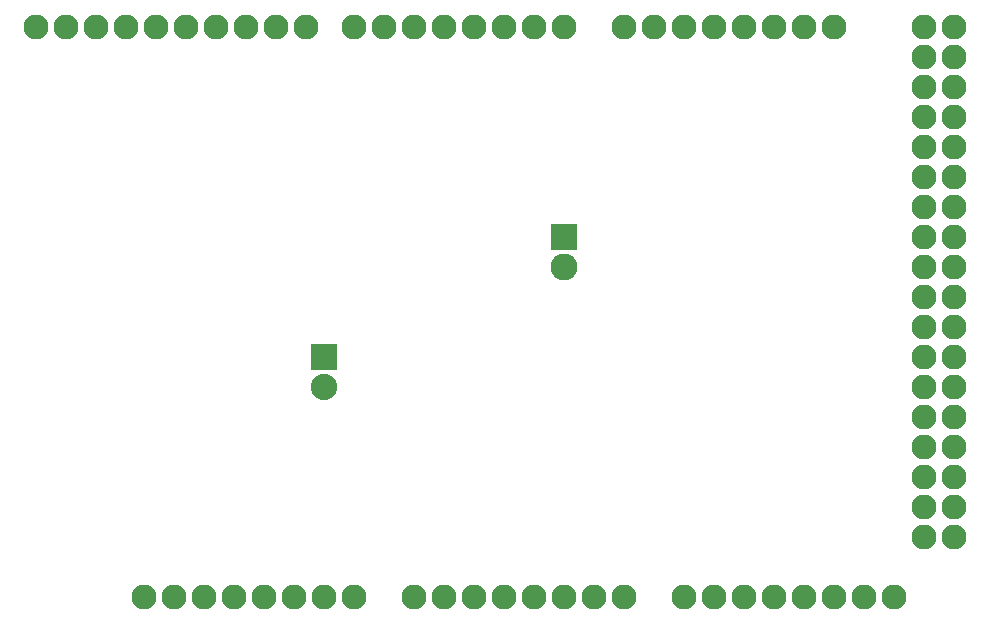
<source format=gts>
G04 MADE WITH FRITZING*
G04 WWW.FRITZING.ORG*
G04 DOUBLE SIDED*
G04 HOLES PLATED*
G04 CONTOUR ON CENTER OF CONTOUR VECTOR*
%ASAXBY*%
%FSLAX23Y23*%
%MOIN*%
%OFA0B0*%
%SFA1.0B1.0*%
%ADD10C,0.082917*%
%ADD11C,0.088000*%
%ADD12C,0.090000*%
%ADD13R,0.088000X0.088000*%
%ADD14R,0.090000X0.090000*%
%LNMASK1*%
G90*
G70*
G54D10*
X2344Y178D03*
X744Y178D03*
X2444Y178D03*
X2544Y178D03*
X2644Y178D03*
X2744Y178D03*
X3044Y1578D03*
X2844Y178D03*
X2944Y178D03*
X784Y2078D03*
X1344Y178D03*
X1444Y178D03*
X1544Y178D03*
X1644Y178D03*
X3044Y778D03*
X1744Y178D03*
X1844Y178D03*
X1944Y178D03*
X2044Y178D03*
X1544Y2078D03*
X3044Y1978D03*
X3044Y1178D03*
X3044Y378D03*
X384Y2078D03*
X1144Y178D03*
X1144Y2078D03*
X3044Y1778D03*
X3044Y1378D03*
X3044Y978D03*
X2744Y2078D03*
X3044Y578D03*
X2644Y2078D03*
X2544Y2078D03*
X2444Y2078D03*
X2344Y2078D03*
X2244Y2078D03*
X2144Y2078D03*
X2044Y2078D03*
X184Y2078D03*
X584Y2078D03*
X984Y2078D03*
X544Y178D03*
X944Y178D03*
X1744Y2078D03*
X1344Y2078D03*
X3044Y2078D03*
X3044Y1878D03*
X3044Y1678D03*
X3044Y1478D03*
X3044Y1278D03*
X3044Y1078D03*
X3044Y878D03*
X3044Y678D03*
X3044Y478D03*
X84Y2078D03*
X284Y2078D03*
X484Y2078D03*
X684Y2078D03*
X884Y2078D03*
X444Y178D03*
X644Y178D03*
X844Y178D03*
X1044Y178D03*
X1844Y2078D03*
X1644Y2078D03*
X1444Y2078D03*
X1244Y2078D03*
X3144Y2078D03*
X3144Y1978D03*
X3144Y1878D03*
X3144Y1778D03*
X3144Y1678D03*
X3144Y1578D03*
X3144Y1478D03*
X3144Y1378D03*
X3144Y1278D03*
X3144Y1178D03*
X3144Y1078D03*
X3144Y978D03*
X3144Y878D03*
X3144Y778D03*
X3144Y678D03*
X3144Y578D03*
X3144Y478D03*
X3144Y378D03*
X2244Y178D03*
G54D11*
X1044Y978D03*
X1044Y878D03*
G54D12*
X1844Y1378D03*
X1844Y1278D03*
G54D13*
X1044Y978D03*
G54D14*
X1844Y1378D03*
G04 End of Mask1*
M02*
</source>
